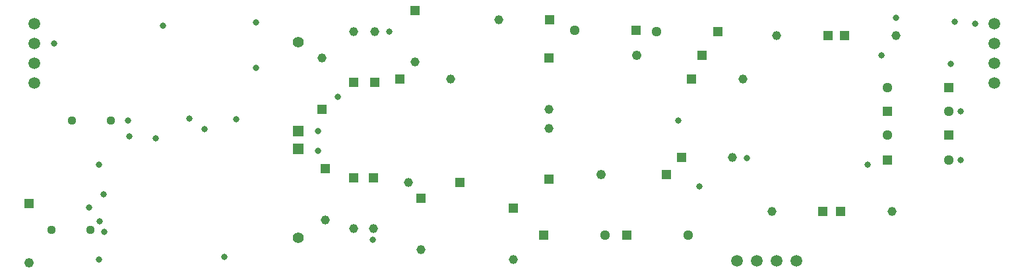
<source format=gbs>
G04*
G04 #@! TF.GenerationSoftware,Altium Limited,Altium Designer,25.3.3 (18)*
G04*
G04 Layer_Color=16711935*
%FSLAX44Y44*%
%MOMM*%
G71*
G04*
G04 #@! TF.SameCoordinates,9AC58102-6E01-47F4-9C41-847502B80828*
G04*
G04*
G04 #@! TF.FilePolarity,Negative*
G04*
G01*
G75*
%ADD42C,1.1176*%
%ADD43R,1.2446X1.2446*%
%ADD44C,1.2446*%
%ADD45C,1.4986*%
%ADD46R,1.1500X1.1500*%
%ADD47C,1.1500*%
%ADD48R,1.2954X1.2954*%
%ADD49C,1.2954*%
%ADD50R,1.1500X1.1500*%
%ADD51C,1.3970*%
%ADD52R,1.3970X1.3970*%
%ADD53R,1.2192X1.2192*%
%ADD54C,1.2192*%
%ADD55C,0.8128*%
D42*
X47390Y64770D02*
D03*
X97390D02*
D03*
X124060Y205740D02*
D03*
X74060D02*
D03*
D43*
X19050Y99060D02*
D03*
D44*
Y22860D02*
D03*
D45*
X25400Y330200D02*
D03*
Y304800D02*
D03*
Y279400D02*
D03*
Y254000D02*
D03*
X1003300Y25400D02*
D03*
X977900D02*
D03*
X952500D02*
D03*
X927100D02*
D03*
X1257300Y254000D02*
D03*
Y279400D02*
D03*
Y304800D02*
D03*
Y330200D02*
D03*
D46*
X1043720Y314960D02*
D03*
X1065530D02*
D03*
X1037590Y88900D02*
D03*
X856126Y157687D02*
D03*
X571500Y125730D02*
D03*
X494250Y259080D02*
D03*
X868900D02*
D03*
X686850Y335280D02*
D03*
X1060450Y88900D02*
D03*
D47*
X978120Y314960D02*
D03*
X1131130D02*
D03*
X971990Y88900D02*
D03*
X514350Y280890D02*
D03*
X462280Y319820D02*
D03*
X435610D02*
D03*
X921726Y157687D02*
D03*
X521970Y39810D02*
D03*
X505900Y125730D02*
D03*
X559850Y259080D02*
D03*
X435610Y66260D02*
D03*
X394970Y285530D02*
D03*
X398780Y77690D02*
D03*
X934500Y259080D02*
D03*
X621250Y335280D02*
D03*
X640080Y26890D02*
D03*
X685800Y195360D02*
D03*
X1126050Y88900D02*
D03*
X685800Y219930D02*
D03*
X461010Y66260D02*
D03*
D48*
X902970Y320040D02*
D03*
X797560Y321310D02*
D03*
X1198880Y247650D02*
D03*
Y186690D02*
D03*
X1120140Y154940D02*
D03*
Y217170D02*
D03*
X679450Y58420D02*
D03*
X786130D02*
D03*
D49*
X824230Y320040D02*
D03*
X718820Y321310D02*
D03*
X1120140Y247650D02*
D03*
Y186690D02*
D03*
X1198880Y154940D02*
D03*
Y217170D02*
D03*
X758190Y58420D02*
D03*
X864870D02*
D03*
D50*
X514350Y346490D02*
D03*
X462280Y254220D02*
D03*
X435610D02*
D03*
X521970Y105410D02*
D03*
X435610Y131860D02*
D03*
X394970Y219930D02*
D03*
X398780Y143290D02*
D03*
X640080Y92490D02*
D03*
X685800Y129760D02*
D03*
Y285530D02*
D03*
X461010Y131860D02*
D03*
D51*
X364490Y306070D02*
D03*
Y54610D02*
D03*
D52*
Y191770D02*
D03*
Y168910D02*
D03*
D53*
X882650Y289560D02*
D03*
X836930Y135890D02*
D03*
D54*
X798830Y289560D02*
D03*
X753110Y135890D02*
D03*
D55*
X389890Y166370D02*
D03*
Y191770D02*
D03*
X190476Y327660D02*
D03*
X269240Y30480D02*
D03*
X243840Y194310D02*
D03*
X224790Y208280D02*
D03*
X109220Y76200D02*
D03*
X115570Y62230D02*
D03*
X309880Y331470D02*
D03*
X1233170Y330200D02*
D03*
X50800Y304800D02*
D03*
X146050Y205740D02*
D03*
X1214120Y217170D02*
D03*
X95580Y93980D02*
D03*
X1201420Y278130D02*
D03*
X459783Y52088D02*
D03*
X1206500Y332740D02*
D03*
X1214120Y154940D02*
D03*
X1131570Y337820D02*
D03*
X1112520Y289560D02*
D03*
X310376Y273050D02*
D03*
X284480Y207010D02*
D03*
X147320Y185420D02*
D03*
X181610Y182880D02*
D03*
X939800Y157480D02*
D03*
X878840Y120650D02*
D03*
X852170Y205740D02*
D03*
X1094740Y148590D02*
D03*
X415290Y236220D02*
D03*
X481330Y320040D02*
D03*
X108280Y148590D02*
D03*
X114300Y110490D02*
D03*
X108280Y26670D02*
D03*
M02*

</source>
